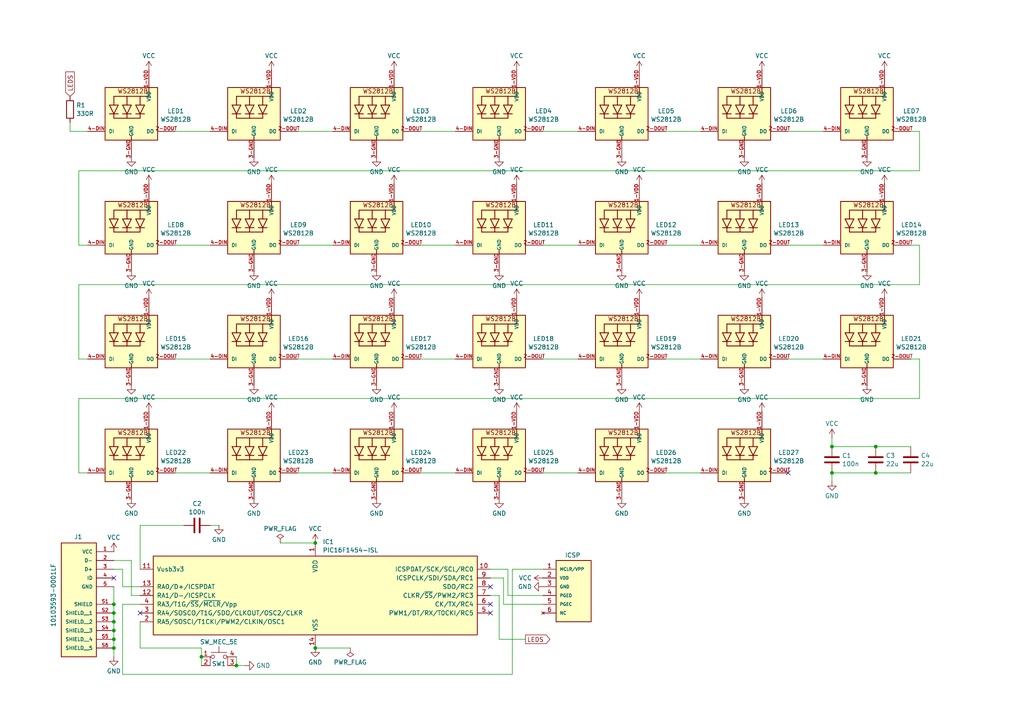
<source format=kicad_sch>
(kicad_sch (version 20250114) (generator "eeschema") (generator_version "9.0")
  (paper "A4")
  (title_block (title "Turing Snake") (date "2025-11-07") (rev "v2.0") (company "MadLab Ltd."))
  (lib_symbols
    (symbol "Device:C" (pin_numbers (hide yes)) (pin_names (offset 0.254))
      (property "Reference" "C" (at 0.635 2.54 0))
      (property "Value" "C" (at 0.635 -2.54 0))
      (symbol "C_0_1"
        (polyline (pts (xy -2.032 0.762) (xy 2.032 0.762)) (stroke (width 0.508)))
        (polyline (pts (xy -2.032 -0.762) (xy 2.032 -0.762)) (stroke (width 0.508)))
      )
      (symbol "C_1_1"
        (pin passive line (at 0 3.81 270) (length 2.794) (name "~") (number "1"))
        (pin passive line (at 0 -3.81 90) (length 2.794) (name "~") (number "2"))
      )
    )
    (symbol "Device:R" (pin_numbers (hide yes)) (pin_names (offset 0))
      (property "Reference" "R" (at 2.032 0 90))
      (property "Value" "R" (at 0 0 90))
      (symbol "R_0_1"
        (rectangle (start -1.016 -2.54) (end 1.016 2.54) (stroke (width 0.254)))
      )
      (symbol "R_1_1"
        (pin passive line (at 0 3.81 270) (length 1.27) (name "~") (number "1"))
        (pin passive line (at 0 -3.81 90) (length 1.27) (name "~") (number "2"))
      )
    )
    (symbol "MCU_Microchip_PIC16:PIC16F1454-ISL" (pin_names (offset 1.016))
      (property "Reference" "U" (at -46.99 15.24 0))
      (property "Value" "PIC16F1454-ISL" (at -46.99 12.7 0))
      (symbol "PIC16F1454-ISL_0_1"
        (rectangle (start -46.99 11.43) (end 46.99 -11.43) (stroke (width 0.254)) (fill (type background)))
      )
      (symbol "PIC16F1454-ISL_1_1"
        (pin bidirectional line (at -50.8 7.62 0) (length 3.81) (name "Vusb3v3") (number "11"))
        (pin bidirectional line (at -50.8 2.54 0) (length 3.81) (name "RA0/D+/ICSPDAT") (number "13"))
        (pin bidirectional line (at -50.8 0 0) (length 3.81) (name "RA1/D-/ICSPCLK") (number "12"))
        (pin input line (at -50.8 -2.54 0) (length 3.81) (name "RA3/T1G/~{SS}/~{MCLR}/Vpp") (number "4"))
        (pin bidirectional line (at -50.8 -5.08 0) (length 3.81) (name "RA4/SOSCO/T1G/SDO/CLKOUT/OSC2/CLKR") (number "3"))
        (pin bidirectional line (at -50.8 -7.62 0) (length 3.81) (name "RA5/SOSCI/T1CKI/PWM2/CLKIN/OSC1") (number "2"))
        (pin power_in line (at 0 15.24 270) (length 3.81) (name "VDD") (number "1"))
        (pin power_in line (at 0 -15.24 90) (length 3.81) (name "VSS") (number "14"))
        (pin bidirectional line (at 50.8 7.62 180) (length 3.81) (name "ICSPDAT/SCK/SCL/RC0") (number "10"))
        (pin bidirectional line (at 50.8 5.08 180) (length 3.81) (name "ICSPCLK/SDI/SDA/RC1") (number "9"))
        (pin bidirectional line (at 50.8 2.54 180) (length 3.81) (name "SDO/RC2") (number "8"))
        (pin bidirectional line (at 50.8 0 180) (length 3.81) (name "CLKR/~{SS}/PWM2/RC3") (number "7"))
        (pin bidirectional line (at 50.8 -2.54 180) (length 3.81) (name "CK/TX/RC4") (number "6"))
        (pin bidirectional line (at 50.8 -5.08 180) (length 3.81) (name "PWM1/DT/RX/T0CKI/RC5") (number "5"))
      )
    )
    (symbol "Switch:SW_MEC_5E" (pin_names (offset 1.016) (hide yes))
      (property "Reference" "SW" (at 0.635 5.715 0))
      (property "Value" "SW_MEC_5E" (at 0 -3.175 0))
      (symbol "SW_MEC_5E_0_1"
        (polyline (pts (xy -2.54 0) (xy -2.54 2.54) (xy -2.286 2.54)))
        (polyline (pts (xy -2.286 3.81) (xy 2.286 3.81)))
        (circle (center -1.778 2.54) (radius 0.508))
        (polyline (pts (xy 0 3.81) (xy 0 5.588)))
        (circle (center 1.778 2.54) (radius 0.508))
        (polyline (pts (xy 2.54 0) (xy 2.54 2.54) (xy 2.286 2.54)))
        (pin passive line (at -5.08 2.54 0) (length 2.54) (name "1") (number "1"))
        (pin passive line (at -5.08 0 0) (length 2.54) (name "2") (number "2"))
        (pin passive line (at 5.08 2.54 180) (length 2.54) (name "A") (number "4"))
        (pin passive line (at 5.08 0 180) (length 2.54) (name "K") (number "3"))
      )
    )
    (symbol "power:GND" (power) (pin_numbers (hide yes)) (pin_names (offset 0) (hide yes))
      (property "Value" "GND" (at 0 -3.81 0))
      (symbol "GND_0_1"
        (polyline (pts (xy 0 0) (xy 0 -1.27) (xy 1.27 -1.27) (xy 0 -2.54) (xy -1.27 -1.27) (xy 0 -1.27)))
      )
      (symbol "GND_1_1"
        (pin power_in line (at 0 0 270) (length 0) (name "~") (number "1"))
      )
    )
    (symbol "power:PWR_FLAG" (power) (pin_numbers (hide yes)) (pin_names (offset 0) (hide yes))
      (property "Value" "PWR_FLAG" (at 0 3.81 0))
      (symbol "PWR_FLAG_0_0"
        (pin power_out line (at 0 0 90) (length 0) (name "~") (number "1"))
      )
      (symbol "PWR_FLAG_0_1"
        (polyline (pts (xy 0 0) (xy 0 1.27) (xy -1.016 1.905) (xy 0 2.54) (xy 1.016 1.905) (xy 0 1.27)))
      )
    )
    (symbol "power:VCC" (power) (pin_numbers (hide yes)) (pin_names (offset 0) (hide yes))
      (property "Value" "VCC" (at 0 3.556 0))
      (symbol "VCC_0_1"
        (polyline (pts (xy -0.762 1.27) (xy 0 2.54)))
        (polyline (pts (xy 0 2.54) (xy 0.762 1.27)))
        (polyline (pts (xy 0 0) (xy 0 2.54)))
      )
      (symbol "VCC_1_1"
        (pin power_in line (at 0 0 90) (length 0) (name "~") (number "1"))
      )
    )
    (symbol "turing:10103593-0001LF" (pin_names (offset 1.016))
      (property "Reference" "J" (at -0.762 10.922 0))
      (property "Value" "10103593-0001LF" (at -8.636 -25.4 0))
      (symbol "10103593-0001LF_0_0"
        (rectangle (start -5.08 10.16) (end 5.08 -22.86) (stroke (width 0.254)) (fill (type background)))
        (pin power_in line (at -10.16 7.62 0) (length 5.08) (name "VCC") (number "1"))
        (pin bidirectional line (at -10.16 5.08 0) (length 5.08) (name "D-") (number "2"))
        (pin bidirectional line (at -10.16 2.54 0) (length 5.08) (name "D+") (number "3"))
        (pin bidirectional line (at -10.16 0 0) (length 5.08) (name "ID") (number "4"))
        (pin power_in line (at -10.16 -2.54 0) (length 5.08) (name "GND") (number "5"))
        (pin passive line (at -10.16 -7.62 0) (length 5.08) (name "SHIELD") (number "S1"))
        (pin passive line (at -10.16 -10.16 0) (length 5.08) (name "SHIELD__1") (number "S2"))
        (pin passive line (at -10.16 -12.7 0) (length 5.08) (name "SHIELD__2") (number "S3"))
        (pin passive line (at -10.16 -15.24 0) (length 5.08) (name "SHIELD__3") (number "S4"))
        (pin passive line (at -10.16 -17.78 0) (length 5.08) (name "SHIELD__4") (number "S5"))
        (pin passive line (at -10.16 -20.32 0) (length 5.08) (name "SHIELD__5") (number "S6"))
      )
    )
    (symbol "turing:ICSP" (pin_names (offset 1.016))
      (property "Value" "ICSP" (at -1.905 10.16 0))
      (symbol "ICSP_0_1"
        (rectangle (start -5.08 -8.89) (end 5.08 8.89) (stroke (width 0.254)) (fill (type background)))
      )
      (symbol "ICSP_1_1"
        (pin bidirectional line (at -8.89 6.35 0) (length 3.81) (name "MCLR/VPP") (number "1"))
        (pin power_in line (at -8.89 3.81 0) (length 3.81) (name "VDD") (number "2"))
        (pin power_in line (at -8.89 1.27 0) (length 3.81) (name "GND") (number "3"))
        (pin bidirectional line (at -8.89 -1.27 0) (length 3.81) (name "PGED") (number "4"))
        (pin bidirectional line (at -8.89 -3.81 0) (length 3.81) (name "PGEC") (number "5"))
        (pin no_connect line (at -8.89 -6.35 0) (length 3.81) (name "NC") (number "6"))
      )
    )
    (symbol "turing:WS2812B" (pin_names (offset 1.016))
      (property "Reference" "LED" (at 0 0 0))
      (property "Value" "WS2812B" (at 0 0 0))
      (symbol "WS2812B_0_0"
        (rectangle (start -7.62 -5.08) (end 7.62 10.16) (stroke (width 0.254)) (fill (type background)))
        (polyline (pts (xy -6.35 5.08) (xy -5.08 5.08)) (stroke (width 0.254)))
        (polyline (pts (xy -6.35 2.54) (xy -5.08 2.54)) (stroke (width 0.254)))
        (polyline (pts (xy -5.08 7.62) (xy -5.08 5.08)) (stroke (width 0.254)))
        (polyline (pts (xy -5.08 5.08) (xy -3.81 5.08)) (stroke (width 0.254)))
        (polyline (pts (xy -5.08 2.54) (xy -6.35 5.08)) (stroke (width 0.254)))
        (polyline (pts (xy -5.08 2.54) (xy -5.08 1.27)) (stroke (width 0.254)))
        (polyline (pts (xy -5.08 2.54) (xy -3.81 5.08)) (stroke (width 0.254)))
        (polyline (pts (xy -3.81 2.54) (xy -5.08 2.54)) (stroke (width 0.254)))
        (polyline (pts (xy -2.54 5.08) (xy 0 5.08)) (stroke (width 0.254)))
        (polyline (pts (xy -2.54 2.54) (xy -1.27 2.54)) (stroke (width 0.254)))
        (polyline (pts (xy -1.27 7.62) (xy -5.08 7.62)) (stroke (width 0.254)))
        (polyline (pts (xy -1.27 5.08) (xy -1.27 7.62)) (stroke (width 0.254)))
        (polyline (pts (xy -1.27 2.54) (xy -2.54 5.08)) (stroke (width 0.254)))
        (polyline (pts (xy -1.27 2.54) (xy -1.27 1.27)) (stroke (width 0.254)))
        (polyline (pts (xy -1.27 2.54) (xy 0 2.54)) (stroke (width 0.254)))
        (polyline (pts (xy -1.27 1.27) (xy -5.08 1.27)) (stroke (width 0.254)))
        (polyline (pts (xy 0 5.08) (xy -1.27 2.54)) (stroke (width 0.254)))
        (polyline (pts (xy 0 -4.064) (xy 0 -5.08)) (stroke (width 0.254)))
        (polyline (pts (xy 1.27 5.08) (xy 2.54 5.08)) (stroke (width 0.254)))
        (polyline (pts (xy 1.27 5.08) (xy 2.54 2.54)) (stroke (width 0.254)))
        (polyline (pts (xy 2.54 7.62) (xy -1.27 7.62)) (stroke (width 0.254)))
        (polyline (pts (xy 2.54 7.62) (xy 5.08 7.62)) (stroke (width 0.254)))
        (polyline (pts (xy 2.54 5.08) (xy 2.54 7.62)) (stroke (width 0.254)))
        (polyline (pts (xy 2.54 2.54) (xy 1.27 2.54)) (stroke (width 0.254)))
        (polyline (pts (xy 2.54 2.54) (xy 2.54 1.27)) (stroke (width 0.254)))
        (polyline (pts (xy 2.54 2.54) (xy 3.81 5.08)) (stroke (width 0.254)))
        (polyline (pts (xy 2.54 2.54) (xy 3.81 2.54)) (stroke (width 0.254)))
        (polyline (pts (xy 2.54 1.27) (xy -1.27 1.27)) (stroke (width 0.254)))
        (polyline (pts (xy 3.81 5.08) (xy 2.54 5.08)) (stroke (width 0.254)))
        (polyline (pts (xy 5.08 10.16) (xy 5.08 7.62)) (stroke (width 0.254)))
        (text "WS2812B" (at -4.064 8.382 0) (effects (font (size 1.27 1.27)) (justify left bottom)))
        (pin input line (at -12.7 -2.54 0) (length 5.08) (name "DI") (number "4-DIN"))
        (pin power_in line (at 0 -10.16 90) (length 5.08) (name "GND") (number "3-GND"))
        (pin power_in line (at 5.08 15.24 270) (length 5.08) (name "VDD") (number "1-VDD"))
        (pin output line (at 12.7 -2.54 180) (length 5.08) (name "DO") (number "2-DOUT"))
      )
    )
  )
  (junction (at 33.02 177.8))
  (junction (at 254 137.16))
  (junction (at 68.58 193.04))
  (junction (at 58.42 190.5))
  (junction (at 91.44 187.96))
  (junction (at 33.02 185.42))
  (junction (at 241.3 137.16))
  (junction (at 241.3 129.54))
  (junction (at 33.02 182.88))
  (junction (at 33.02 187.96))
  (junction (at 33.02 175.26))
  (junction (at 254 129.54))
  (junction (at 33.02 180.34))
  (junction (at 91.44 157.48))
  (no_connect (at 40.64 177.8))
  (no_connect (at 228.6 137.16))
  (no_connect (at 142.24 175.26))
  (no_connect (at 142.24 170.18))
  (no_connect (at 142.24 177.8))
  (no_connect (at 33.02 167.64))
  (wire (pts (xy 33.02 165.1) (xy 35.56 165.1)))
  (wire (pts (xy 121.92 71.12) (xy 132.08 71.12)))
  (wire (pts (xy 35.56 170.18) (xy 40.64 170.18)))
  (wire (pts (xy 58.42 187.96) (xy 58.42 190.5)))
  (wire (pts (xy 146.05 167.64) (xy 146.05 175.26)))
  (wire (pts (xy 40.64 152.4) (xy 53.34 152.4)))
  (wire (pts (xy 35.56 175.26) (xy 35.56 195.58)))
  (wire (pts (xy 147.32 172.72) (xy 157.48 172.72)))
  (wire (pts (xy 193.04 137.16) (xy 203.2 137.16)))
  (wire (pts (xy 241.3 137.16) (xy 241.3 139.7)))
  (wire (pts (xy 266.7 104.14) (xy 266.7 115.57)))
  (wire (pts (xy 68.58 193.04) (xy 71.12 193.04)))
  (wire (pts (xy 254 137.16) (xy 264.16 137.16)))
  (wire (pts (xy 148.59 165.1) (xy 157.48 165.1)))
  (wire (pts (xy 266.7 71.12) (xy 266.7 82.55)))
  (wire (pts (xy 33.02 175.26) (xy 33.02 177.8)))
  (wire (pts (xy 142.24 167.64) (xy 146.05 167.64)))
  (wire (pts (xy 228.6 38.1) (xy 238.76 38.1)))
  (wire (pts (xy 144.78 185.42) (xy 152.4 185.42)))
  (wire (pts (xy 86.36 137.16) (xy 96.52 137.16)))
  (wire (pts (xy 266.7 38.1) (xy 266.7 49.53)))
  (wire (pts (xy 22.86 104.14) (xy 25.4 104.14)))
  (wire (pts (xy 146.05 175.26) (xy 157.48 175.26)))
  (wire (pts (xy 33.02 187.96) (xy 33.02 190.5)))
  (wire (pts (xy 40.64 165.1) (xy 40.64 152.4)))
  (wire (pts (xy 38.1 162.56) (xy 38.1 172.72)))
  (wire (pts (xy 50.8 137.16) (xy 60.96 137.16)))
  (wire (pts (xy 22.86 71.12) (xy 25.4 71.12)))
  (wire (pts (xy 22.86 49.53) (xy 22.86 71.12)))
  (wire (pts (xy 266.7 49.53) (xy 22.86 49.53)))
  (wire (pts (xy 148.59 195.58) (xy 148.59 165.1)))
  (wire (pts (xy 33.02 170.18) (xy 33.02 175.26)))
  (wire (pts (xy 33.02 177.8) (xy 33.02 180.34)))
  (wire (pts (xy 254 129.54) (xy 264.16 129.54)))
  (wire (pts (xy 86.36 71.12) (xy 96.52 71.12)))
  (wire (pts (xy 22.86 115.57) (xy 22.86 137.16)))
  (wire (pts (xy 228.6 104.14) (xy 238.76 104.14)))
  (wire (pts (xy 91.44 187.96) (xy 101.6 187.96)))
  (wire (pts (xy 33.02 185.42) (xy 33.02 187.96)))
  (wire (pts (xy 58.42 190.5) (xy 58.42 193.04)))
  (wire (pts (xy 35.56 195.58) (xy 148.59 195.58)))
  (wire (pts (xy 144.78 172.72) (xy 144.78 185.42)))
  (wire (pts (xy 22.86 82.55) (xy 22.86 104.14)))
  (wire (pts (xy 86.36 38.1) (xy 96.52 38.1)))
  (wire (pts (xy 241.3 137.16) (xy 254 137.16)))
  (wire (pts (xy 157.48 104.14) (xy 167.64 104.14)))
  (wire (pts (xy 68.58 190.5) (xy 68.58 193.04)))
  (wire (pts (xy 193.04 71.12) (xy 203.2 71.12)))
  (wire (pts (xy 86.36 104.14) (xy 96.52 104.14)))
  (wire (pts (xy 40.64 180.34) (xy 40.64 187.96)))
  (wire (pts (xy 266.7 82.55) (xy 22.86 82.55)))
  (wire (pts (xy 20.32 38.1) (xy 25.4 38.1)))
  (wire (pts (xy 157.48 38.1) (xy 167.64 38.1)))
  (wire (pts (xy 142.24 172.72) (xy 144.78 172.72)))
  (wire (pts (xy 22.86 137.16) (xy 25.4 137.16)))
  (wire (pts (xy 121.92 38.1) (xy 132.08 38.1)))
  (wire (pts (xy 33.02 180.34) (xy 33.02 182.88)))
  (wire (pts (xy 81.28 157.48) (xy 91.44 157.48)))
  (wire (pts (xy 35.56 165.1) (xy 35.56 170.18)))
  (wire (pts (xy 40.64 187.96) (xy 58.42 187.96)))
  (wire (pts (xy 193.04 38.1) (xy 203.2 38.1)))
  (wire (pts (xy 157.48 71.12) (xy 167.64 71.12)))
  (wire (pts (xy 20.32 35.56) (xy 20.32 38.1)))
  (wire (pts (xy 38.1 172.72) (xy 40.64 172.72)))
  (wire (pts (xy 142.24 165.1) (xy 147.32 165.1)))
  (wire (pts (xy 264.16 104.14) (xy 266.7 104.14)))
  (wire (pts (xy 121.92 104.14) (xy 132.08 104.14)))
  (wire (pts (xy 241.3 129.54) (xy 254 129.54)))
  (wire (pts (xy 228.6 71.12) (xy 238.76 71.12)))
  (wire (pts (xy 193.04 104.14) (xy 203.2 104.14)))
  (wire (pts (xy 264.16 38.1) (xy 266.7 38.1)))
  (wire (pts (xy 50.8 71.12) (xy 60.96 71.12)))
  (wire (pts (xy 35.56 175.26) (xy 40.64 175.26)))
  (wire (pts (xy 264.16 71.12) (xy 266.7 71.12)))
  (wire (pts (xy 33.02 162.56) (xy 38.1 162.56)))
  (wire (pts (xy 50.8 38.1) (xy 60.96 38.1)))
  (wire (pts (xy 33.02 182.88) (xy 33.02 185.42)))
  (wire (pts (xy 121.92 137.16) (xy 132.08 137.16)))
  (wire (pts (xy 60.96 152.4) (xy 63.5 152.4)))
  (wire (pts (xy 157.48 137.16) (xy 167.64 137.16)))
  (wire (pts (xy 241.3 127) (xy 241.3 129.54)))
  (wire (pts (xy 266.7 115.57) (xy 22.86 115.57)))
  (wire (pts (xy 50.8 104.14) (xy 60.96 104.14)))
  (wire (pts (xy 147.32 165.1) (xy 147.32 172.72)))
  (global_label "LEDS" (shape input) (at 20.32 27.94 90) (property "Intersheetrefs" "${INTERSHEET_REFS}" (effects (hide yes))))
  (global_label "LEDS" (shape output) (at 152.4 185.42 0) (property "Intersheetrefs" "${INTERSHEET_REFS}" (effects (hide yes))))
  (symbol (lib_id "power:VCC") (at 78.74 119.38 0) (unit 1)
    (property "Reference" "#PWR053" (effects (hide yes)))
    (property "Value" "VCC" (at 78.74 115.2469 0))
    (property "Description" "Power symbol creates a global label with name \"VCC\"" (effects (hide yes)))
  )
  (symbol (lib_id "power:GND") (at 38.1 78.74 0) (unit 1)
    (property "Reference" "#PWR020" (effects (hide yes)))
    (property "Value" "GND" (at 38.1 82.8731 0))
    (property "Description" "Power symbol creates a global label with name \"GND\" , ground" (effects (hide yes)))
  )
  (symbol (lib_id "Device:C") (at 241.3 133.35 0) (unit 1)
    (property "Reference" "C1" (at 244.221 132.1378 0) (effects (justify left)))
    (property "Value" "100n" (at 244.221 134.5621 0) (effects (justify left)))
    (property "Footprint" "turing:C_1206" (effects (hide yes)))
    (property "Description" "Unpolarized capacitor" (effects (hide yes)))
  )
  (symbol (lib_id "Device:C") (at 264.16 133.35 0) (unit 1)
    (property "Reference" "C4" (at 267.081 132.1378 0) (effects (justify left)))
    (property "Value" "22u" (at 267.081 134.5621 0) (effects (justify left)))
    (property "Footprint" "turing:C_1206" (effects (hide yes)))
    (property "Description" "Unpolarized capacitor" (effects (hide yes)))
  )
  (symbol (lib_id "power:VCC") (at 43.18 86.36 0) (unit 1)
    (property "Reference" "#PWR042" (effects (hide yes)))
    (property "Value" "VCC" (at 43.18 82.2269 0))
    (property "Description" "Power symbol creates a global label with name \"VCC\"" (effects (hide yes)))
  )
  (symbol (lib_id "power:VCC") (at 114.3 86.36 0) (unit 1)
    (property "Reference" "#PWR044" (effects (hide yes)))
    (property "Value" "VCC" (at 114.3 82.2269 0))
    (property "Description" "Power symbol creates a global label with name \"VCC\"" (effects (hide yes)))
  )
  (symbol (lib_id "turing:WS2812B") (at 180.34 101.6 0) (unit 1)
    (property "Reference" "LED19" (at 193.2176 98.2428 0))
    (property "Value" "WS2812B" (at 193.2176 100.6671 0))
    (property "Footprint" "turing:WS2812B" (effects (hide yes)))
    (property "MF" "Worldsemi" (effects (hide yes)))
    (property "Description_1" "Intelligent control LED integrated light source" (effects (hide yes)))
    (property "Package" "None" (effects (hide yes)))
    (property "Price" "None" (effects (hide yes)))
    (property "SnapEDA_Link" "https://www.snapeda.com/parts/WS2812B/Worldsemi/view-part/?ref=snap" (effects (hide yes)))
    (property "MP" "WS2812B" (effects (hide yes)))
    (property "Availability" "Not in stock" (effects (hide yes)))
    (property "Check_prices" "https://www.snapeda.com/parts/WS2812B/Worldsemi/view-part/?ref=eda" (effects (hide yes)))
  )
  (symbol (lib_id "turing:WS2812B") (at 38.1 134.62 0) (unit 1)
    (property "Reference" "LED22" (at 50.9776 131.2628 0))
    (property "Value" "WS2812B" (at 50.9776 133.6871 0))
    (property "Footprint" "turing:WS2812B" (effects (hide yes)))
    (property "MF" "Worldsemi" (effects (hide yes)))
    (property "Description_1" "Intelligent control LED integrated light source" (effects (hide yes)))
    (property "Package" "None" (effects (hide yes)))
    (property "Price" "None" (effects (hide yes)))
    (property "SnapEDA_Link" "https://www.snapeda.com/parts/WS2812B/Worldsemi/view-part/?ref=snap" (effects (hide yes)))
    (property "MP" "WS2812B" (effects (hide yes)))
    (property "Availability" "Not in stock" (effects (hide yes)))
    (property "Check_prices" "https://www.snapeda.com/parts/WS2812B/Worldsemi/view-part/?ref=eda" (effects (hide yes)))
  )
  (symbol (lib_id "power:VCC") (at 256.54 20.32 0) (unit 1)
    (property "Reference" "#PWR034" (effects (hide yes)))
    (property "Value" "VCC" (at 256.54 16.1869 0))
    (property "Description" "Power symbol creates a global label with name \"VCC\"" (effects (hide yes)))
  )
  (symbol (lib_id "turing:WS2812B") (at 73.66 68.58 0) (unit 1)
    (property "Reference" "LED9" (at 86.5376 65.2228 0))
    (property "Value" "WS2812B" (at 86.5376 67.6471 0))
    (property "Footprint" "turing:WS2812B" (effects (hide yes)))
    (property "MF" "Worldsemi" (effects (hide yes)))
    (property "Description_1" "Intelligent control LED integrated light source" (effects (hide yes)))
    (property "Package" "None" (effects (hide yes)))
    (property "Price" "None" (effects (hide yes)))
    (property "SnapEDA_Link" "https://www.snapeda.com/parts/WS2812B/Worldsemi/view-part/?ref=snap" (effects (hide yes)))
    (property "MP" "WS2812B" (effects (hide yes)))
    (property "Availability" "Not in stock" (effects (hide yes)))
    (property "Check_prices" "https://www.snapeda.com/parts/WS2812B/Worldsemi/view-part/?ref=eda" (effects (hide yes)))
  )
  (symbol (lib_id "turing:WS2812B") (at 144.78 68.58 0) (unit 1)
    (property "Reference" "LED11" (at 157.6576 65.2228 0))
    (property "Value" "WS2812B" (at 157.6576 67.6471 0))
    (property "Footprint" "turing:WS2812B" (effects (hide yes)))
    (property "MF" "Worldsemi" (effects (hide yes)))
    (property "Description_1" "Intelligent control LED integrated light source" (effects (hide yes)))
    (property "Package" "None" (effects (hide yes)))
    (property "Price" "None" (effects (hide yes)))
    (property "SnapEDA_Link" "https://www.snapeda.com/parts/WS2812B/Worldsemi/view-part/?ref=snap" (effects (hide yes)))
    (property "MP" "WS2812B" (effects (hide yes)))
    (property "Availability" "Not in stock" (effects (hide yes)))
    (property "Check_prices" "https://www.snapeda.com/parts/WS2812B/Worldsemi/view-part/?ref=eda" (effects (hide yes)))
  )
  (symbol (lib_id "power:VCC") (at 220.98 20.32 0) (unit 1)
    (property "Reference" "#PWR033" (effects (hide yes)))
    (property "Value" "VCC" (at 220.98 16.1869 0))
    (property "Description" "Power symbol creates a global label with name \"VCC\"" (effects (hide yes)))
  )
  (symbol (lib_id "power:VCC") (at 149.86 86.36 0) (unit 1)
    (property "Reference" "#PWR045" (effects (hide yes)))
    (property "Value" "VCC" (at 149.86 82.2269 0))
    (property "Description" "Power symbol creates a global label with name \"VCC\"" (effects (hide yes)))
  )
  (symbol (lib_id "turing:WS2812B") (at 38.1 35.56 0) (unit 1)
    (property "Reference" "LED1" (at 50.9776 32.2028 0))
    (property "Value" "WS2812B" (at 50.9776 34.6271 0))
    (property "Footprint" "turing:WS2812B" (effects (hide yes)))
    (property "MF" "Worldsemi" (effects (hide yes)))
    (property "Description_1" "Intelligent control LED integrated light source" (effects (hide yes)))
    (property "Package" "None" (effects (hide yes)))
    (property "Price" "None" (effects (hide yes)))
    (property "SnapEDA_Link" "https://www.snapeda.com/parts/WS2812B/Worldsemi/view-part/?ref=snap" (effects (hide yes)))
    (property "MP" "WS2812B" (effects (hide yes)))
    (property "Availability" "Not in stock" (effects (hide yes)))
    (property "Check_prices" "https://www.snapeda.com/parts/WS2812B/Worldsemi/view-part/?ref=eda" (effects (hide yes)))
  )
  (symbol (lib_id "power:PWR_FLAG") (at 81.28 157.48 0) (unit 1)
    (property "Reference" "#FLG02" (effects (hide yes)))
    (property "Value" "PWR_FLAG" (at 81.28 153.3469 0))
    (property "Description" "Special symbol for telling ERC where power comes from" (effects (hide yes)))
  )
  (symbol (lib_id "MCU_Microchip_PIC16:PIC16F1454-ISL") (at 91.44 172.72 0) (unit 1)
    (property "Reference" "IC1" (at 93.5833 157.1455 0) (effects (justify left)))
    (property "Value" "PIC16F1454-ISL" (at 93.5833 159.5698 0) (effects (justify left)))
    (property "Footprint" "turing:SOIC14" (effects (hide yes)))
    (property "Datasheet" "http://ww1.microchip.com/downloads/en/DeviceDoc/41639A.pdf" (effects (hide yes)))
    (property "Description" "8192W FLASH, 1024B SRAM, PDIP-14" (effects (hide yes)))
  )
  (symbol (lib_id "power:VCC") (at 220.98 86.36 0) (unit 1)
    (property "Reference" "#PWR047" (effects (hide yes)))
    (property "Value" "VCC" (at 220.98 82.2269 0))
    (property "Description" "Power symbol creates a global label with name \"VCC\"" (effects (hide yes)))
  )
  (symbol (lib_id "power:GND") (at 180.34 144.78 0) (unit 1)
    (property "Reference" "#PWR02" (effects (hide yes)))
    (property "Value" "GND" (at 180.34 148.9131 0))
    (property "Description" "Power symbol creates a global label with name \"GND\" , ground" (effects (hide yes)))
  )
  (symbol (lib_id "turing:WS2812B") (at 215.9 35.56 0) (unit 1)
    (property "Reference" "LED6" (at 228.7776 32.2028 0))
    (property "Value" "WS2812B" (at 228.7776 34.6271 0))
    (property "Footprint" "turing:WS2812B" (effects (hide yes)))
    (property "MF" "Worldsemi" (effects (hide yes)))
    (property "Description_1" "Intelligent control LED integrated light source" (effects (hide yes)))
    (property "Package" "None" (effects (hide yes)))
    (property "Price" "None" (effects (hide yes)))
    (property "SnapEDA_Link" "https://www.snapeda.com/parts/WS2812B/Worldsemi/view-part/?ref=snap" (effects (hide yes)))
    (property "MP" "WS2812B" (effects (hide yes)))
    (property "Availability" "Not in stock" (effects (hide yes)))
    (property "Check_prices" "https://www.snapeda.com/parts/WS2812B/Worldsemi/view-part/?ref=eda" (effects (hide yes)))
  )
  (symbol (lib_id "turing:WS2812B") (at 144.78 101.6 0) (unit 1)
    (property "Reference" "LED18" (at 157.6576 98.2428 0))
    (property "Value" "WS2812B" (at 157.6576 100.6671 0))
    (property "Footprint" "turing:WS2812B" (effects (hide yes)))
    (property "MF" "Worldsemi" (effects (hide yes)))
    (property "Description_1" "Intelligent control LED integrated light source" (effects (hide yes)))
    (property "Package" "None" (effects (hide yes)))
    (property "Price" "None" (effects (hide yes)))
    (property "SnapEDA_Link" "https://www.snapeda.com/parts/WS2812B/Worldsemi/view-part/?ref=snap" (effects (hide yes)))
    (property "MP" "WS2812B" (effects (hide yes)))
    (property "Availability" "Not in stock" (effects (hide yes)))
    (property "Check_prices" "https://www.snapeda.com/parts/WS2812B/Worldsemi/view-part/?ref=eda" (effects (hide yes)))
  )
  (symbol (lib_id "turing:WS2812B") (at 109.22 68.58 0) (unit 1)
    (property "Reference" "LED10" (at 122.0976 65.2228 0))
    (property "Value" "WS2812B" (at 122.0976 67.6471 0))
    (property "Footprint" "turing:WS2812B" (effects (hide yes)))
    (property "MF" "Worldsemi" (effects (hide yes)))
    (property "Description_1" "Intelligent control LED integrated light source" (effects (hide yes)))
    (property "Package" "None" (effects (hide yes)))
    (property "Price" "None" (effects (hide yes)))
    (property "SnapEDA_Link" "https://www.snapeda.com/parts/WS2812B/Worldsemi/view-part/?ref=snap" (effects (hide yes)))
    (property "MP" "WS2812B" (effects (hide yes)))
    (property "Availability" "Not in stock" (effects (hide yes)))
    (property "Check_prices" "https://www.snapeda.com/parts/WS2812B/Worldsemi/view-part/?ref=eda" (effects (hide yes)))
  )
  (symbol (lib_id "turing:WS2812B") (at 144.78 134.62 0) (unit 1)
    (property "Reference" "LED25" (at 157.6576 131.2628 0))
    (property "Value" "WS2812B" (at 157.6576 133.6871 0))
    (property "Footprint" "turing:WS2812B" (effects (hide yes)))
    (property "MF" "Worldsemi" (effects (hide yes)))
    (property "Description_1" "Intelligent control LED integrated light source" (effects (hide yes)))
    (property "Package" "None" (effects (hide yes)))
    (property "Price" "None" (effects (hide yes)))
    (property "SnapEDA_Link" "https://www.snapeda.com/parts/WS2812B/Worldsemi/view-part/?ref=snap" (effects (hide yes)))
    (property "MP" "WS2812B" (effects (hide yes)))
    (property "Availability" "Not in stock" (effects (hide yes)))
    (property "Check_prices" "https://www.snapeda.com/parts/WS2812B/Worldsemi/view-part/?ref=eda" (effects (hide yes)))
  )
  (symbol (lib_id "power:GND") (at 157.48 170.18 270) (unit 1)
    (property "Reference" "#PWR059" (effects (hide yes)))
    (property "Value" "GND" (at 154.3051 170.18 90) (effects (justify right)))
    (property "Description" "Power symbol creates a global label with name \"GND\" , ground" (effects (hide yes)))
  )
  (symbol (lib_id "turing:WS2812B") (at 38.1 101.6 0) (unit 1)
    (property "Reference" "LED15" (at 50.9776 98.2428 0))
    (property "Value" "WS2812B" (at 50.9776 100.6671 0))
    (property "Footprint" "turing:WS2812B" (effects (hide yes)))
    (property "MF" "Worldsemi" (effects (hide yes)))
    (property "Description_1" "Intelligent control LED integrated light source" (effects (hide yes)))
    (property "Package" "None" (effects (hide yes)))
    (property "Price" "None" (effects (hide yes)))
    (property "SnapEDA_Link" "https://www.snapeda.com/parts/WS2812B/Worldsemi/view-part/?ref=snap" (effects (hide yes)))
    (property "MP" "WS2812B" (effects (hide yes)))
    (property "Availability" "Not in stock" (effects (hide yes)))
    (property "Check_prices" "https://www.snapeda.com/parts/WS2812B/Worldsemi/view-part/?ref=eda" (effects (hide yes)))
  )
  (symbol (lib_id "turing:WS2812B") (at 251.46 35.56 0) (unit 1)
    (property "Reference" "LED7" (at 264.3376 32.2028 0))
    (property "Value" "WS2812B" (at 264.3376 34.6271 0))
    (property "Footprint" "turing:WS2812B" (effects (hide yes)))
    (property "MF" "Worldsemi" (effects (hide yes)))
    (property "Description_1" "Intelligent control LED integrated light source" (effects (hide yes)))
    (property "Package" "None" (effects (hide yes)))
    (property "Price" "None" (effects (hide yes)))
    (property "SnapEDA_Link" "https://www.snapeda.com/parts/WS2812B/Worldsemi/view-part/?ref=snap" (effects (hide yes)))
    (property "MP" "WS2812B" (effects (hide yes)))
    (property "Availability" "Not in stock" (effects (hide yes)))
    (property "Check_prices" "https://www.snapeda.com/parts/WS2812B/Worldsemi/view-part/?ref=eda" (effects (hide yes)))
  )
  (symbol (lib_id "power:VCC") (at 149.86 53.34 0) (unit 1)
    (property "Reference" "#PWR038" (effects (hide yes)))
    (property "Value" "VCC" (at 149.86 49.2069 0))
    (property "Description" "Power symbol creates a global label with name \"VCC\"" (effects (hide yes)))
  )
  (symbol (lib_id "power:VCC") (at 43.18 53.34 0) (unit 1)
    (property "Reference" "#PWR041" (effects (hide yes)))
    (property "Value" "VCC" (at 43.18 49.2069 0))
    (property "Description" "Power symbol creates a global label with name \"VCC\"" (effects (hide yes)))
  )
  (symbol (lib_id "power:GND") (at 251.46 111.76 0) (unit 1)
    (property "Reference" "#PWR013" (effects (hide yes)))
    (property "Value" "GND" (at 251.46 115.8931 0))
    (property "Description" "Power symbol creates a global label with name \"GND\" , ground" (effects (hide yes)))
  )
  (symbol (lib_id "power:GND") (at 215.9 111.76 0) (unit 1)
    (property "Reference" "#PWR012" (effects (hide yes)))
    (property "Value" "GND" (at 215.9 115.8931 0))
    (property "Description" "Power symbol creates a global label with name \"GND\" , ground" (effects (hide yes)))
  )
  (symbol (lib_id "Device:R") (at 20.32 31.75 0) (unit 1)
    (property "Reference" "R1" (at 22.098 30.5378 0) (effects (justify left)))
    (property "Value" "330R" (at 22.098 32.9621 0) (effects (justify left)))
    (property "Footprint" "turing:R_1206" (effects (hide yes)))
    (property "Description" "Resistor" (effects (hide yes)))
  )
  (symbol (lib_id "power:VCC") (at 78.74 53.34 0) (unit 1)
    (property "Reference" "#PWR040" (effects (hide yes)))
    (property "Value" "VCC" (at 78.74 49.2069 0))
    (property "Description" "Power symbol creates a global label with name \"VCC\"" (effects (hide yes)))
  )
  (symbol (lib_id "power:GND") (at 144.78 45.72 0) (unit 1)
    (property "Reference" "#PWR024" (effects (hide yes)))
    (property "Value" "GND" (at 144.78 49.8531 0))
    (property "Description" "Power symbol creates a global label with name \"GND\" , ground" (effects (hide yes)))
  )
  (symbol (lib_id "power:GND") (at 71.12 193.04 90) (unit 1)
    (property "Reference" "#PWR061" (effects (hide yes)))
    (property "Value" "GND" (at 74.295 193.04 90) (effects (justify right)))
    (property "Description" "Power symbol creates a global label with name \"GND\" , ground" (effects (hide yes)))
  )
  (symbol (lib_id "power:GND") (at 63.5 152.4 0) (unit 1)
    (property "Reference" "#PWR062" (effects (hide yes)))
    (property "Value" "GND" (at 63.5 156.5331 0))
    (property "Description" "Power symbol creates a global label with name \"GND\" , ground" (effects (hide yes)))
  )
  (symbol (lib_id "power:GND") (at 215.9 78.74 0) (unit 1)
    (property "Reference" "#PWR015" (effects (hide yes)))
    (property "Value" "GND" (at 215.9 82.8731 0))
    (property "Description" "Power symbol creates a global label with name \"GND\" , ground" (effects (hide yes)))
  )
  (symbol (lib_id "power:VCC") (at 78.74 86.36 0) (unit 1)
    (property "Reference" "#PWR043" (effects (hide yes)))
    (property "Value" "VCC" (at 78.74 82.2269 0))
    (property "Description" "Power symbol creates a global label with name \"VCC\"" (effects (hide yes)))
  )
  (symbol (lib_id "turing:WS2812B") (at 109.22 134.62 0) (unit 1)
    (property "Reference" "LED24" (at 122.0976 131.2628 0))
    (property "Value" "WS2812B" (at 122.0976 133.6871 0))
    (property "Footprint" "turing:WS2812B" (effects (hide yes)))
    (property "MF" "Worldsemi" (effects (hide yes)))
    (property "Description_1" "Intelligent control LED integrated light source" (effects (hide yes)))
    (property "Package" "None" (effects (hide yes)))
    (property "Price" "None" (effects (hide yes)))
    (property "SnapEDA_Link" "https://www.snapeda.com/parts/WS2812B/Worldsemi/view-part/?ref=snap" (effects (hide yes)))
    (property "MP" "WS2812B" (effects (hide yes)))
    (property "Availability" "Not in stock" (effects (hide yes)))
    (property "Check_prices" "https://www.snapeda.com/parts/WS2812B/Worldsemi/view-part/?ref=eda" (effects (hide yes)))
  )
  (symbol (lib_id "power:GND") (at 73.66 45.72 0) (unit 1)
    (property "Reference" "#PWR022" (effects (hide yes)))
    (property "Value" "GND" (at 73.66 49.8531 0))
    (property "Description" "Power symbol creates a global label with name \"GND\" , ground" (effects (hide yes)))
  )
  (symbol (lib_id "power:GND") (at 91.44 187.96 0) (unit 1)
    (property "Reference" "#PWR055" (effects (hide yes)))
    (property "Value" "GND" (at 91.44 192.0931 0))
    (property "Description" "Power symbol creates a global label with name \"GND\" , ground" (effects (hide yes)))
  )
  (symbol (lib_id "power:GND") (at 109.22 45.72 0) (unit 1)
    (property "Reference" "#PWR023" (effects (hide yes)))
    (property "Value" "GND" (at 109.22 49.8531 0))
    (property "Description" "Power symbol creates a global label with name \"GND\" , ground" (effects (hide yes)))
  )
  (symbol (lib_id "power:GND") (at 144.78 111.76 0) (unit 1)
    (property "Reference" "#PWR010" (effects (hide yes)))
    (property "Value" "GND" (at 144.78 115.8931 0))
    (property "Description" "Power symbol creates a global label with name \"GND\" , ground" (effects (hide yes)))
  )
  (symbol (lib_id "power:VCC") (at 185.42 119.38 0) (unit 1)
    (property "Reference" "#PWR050" (effects (hide yes)))
    (property "Value" "VCC" (at 185.42 115.2469 0))
    (property "Description" "Power symbol creates a global label with name \"VCC\"" (effects (hide yes)))
  )
  (symbol (lib_id "power:VCC") (at 256.54 86.36 0) (unit 1)
    (property "Reference" "#PWR048" (effects (hide yes)))
    (property "Value" "VCC" (at 256.54 82.2269 0))
    (property "Description" "Power symbol creates a global label with name \"VCC\"" (effects (hide yes)))
  )
  (symbol (lib_id "power:GND") (at 38.1 45.72 0) (unit 1)
    (property "Reference" "#PWR021" (effects (hide yes)))
    (property "Value" "GND" (at 38.1 49.8531 0))
    (property "Description" "Power symbol creates a global label with name \"GND\" , ground" (effects (hide yes)))
  )
  (symbol (lib_id "power:VCC") (at 256.54 53.34 0) (unit 1)
    (property "Reference" "#PWR035" (effects (hide yes)))
    (property "Value" "VCC" (at 256.54 49.2069 0))
    (property "Description" "Power symbol creates a global label with name \"VCC\"" (effects (hide yes)))
  )
  (symbol (lib_id "turing:ICSP") (at 166.37 171.45 0) (unit 1)
    (property "Reference" "ICSP1" (effects (hide yes)))
    (property "Value" "ICSP" (at 163.83 161.036 0) (effects (justify left)))
    (property "Footprint" "turing:ICSP" (effects (hide yes)))
  )
  (symbol (lib_id "turing:WS2812B") (at 109.22 101.6 0) (unit 1)
    (property "Reference" "LED17" (at 122.0976 98.2428 0))
    (property "Value" "WS2812B" (at 122.0976 100.6671 0))
    (property "Footprint" "turing:WS2812B" (effects (hide yes)))
    (property "MF" "Worldsemi" (effects (hide yes)))
    (property "Description_1" "Intelligent control LED integrated light source" (effects (hide yes)))
    (property "Package" "None" (effects (hide yes)))
    (property "Price" "None" (effects (hide yes)))
    (property "SnapEDA_Link" "https://www.snapeda.com/parts/WS2812B/Worldsemi/view-part/?ref=snap" (effects (hide yes)))
    (property "MP" "WS2812B" (effects (hide yes)))
    (property "Availability" "Not in stock" (effects (hide yes)))
    (property "Check_prices" "https://www.snapeda.com/parts/WS2812B/Worldsemi/view-part/?ref=eda" (effects (hide yes)))
  )
  (symbol (lib_id "power:VCC") (at 149.86 119.38 0) (unit 1)
    (property "Reference" "#PWR051" (effects (hide yes)))
    (property "Value" "VCC" (at 149.86 115.2469 0))
    (property "Description" "Power symbol creates a global label with name \"VCC\"" (effects (hide yes)))
  )
  (symbol (lib_id "power:VCC") (at 220.98 119.38 0) (unit 1)
    (property "Reference" "#PWR049" (effects (hide yes)))
    (property "Value" "VCC" (at 220.98 115.2469 0))
    (property "Description" "Power symbol creates a global label with name \"VCC\"" (effects (hide yes)))
  )
  (symbol (lib_id "power:VCC") (at 220.98 53.34 0) (unit 1)
    (property "Reference" "#PWR036" (effects (hide yes)))
    (property "Value" "VCC" (at 220.98 49.2069 0))
    (property "Description" "Power symbol creates a global label with name \"VCC\"" (effects (hide yes)))
  )
  (symbol (lib_id "power:GND") (at 180.34 78.74 0) (unit 1)
    (property "Reference" "#PWR016" (effects (hide yes)))
    (property "Value" "GND" (at 180.34 82.8731 0))
    (property "Description" "Power symbol creates a global label with name \"GND\" , ground" (effects (hide yes)))
  )
  (symbol (lib_id "power:VCC") (at 149.86 20.32 0) (unit 1)
    (property "Reference" "#PWR031" (effects (hide yes)))
    (property "Value" "VCC" (at 149.86 16.1869 0))
    (property "Description" "Power symbol creates a global label with name \"VCC\"" (effects (hide yes)))
  )
  (symbol (lib_id "power:VCC") (at 43.18 20.32 0) (unit 1)
    (property "Reference" "#PWR028" (effects (hide yes)))
    (property "Value" "VCC" (at 43.18 16.1869 0))
    (property "Description" "Power symbol creates a global label with name \"VCC\"" (effects (hide yes)))
  )
  (symbol (lib_id "power:GND") (at 251.46 45.72 0) (unit 1)
    (property "Reference" "#PWR027" (effects (hide yes)))
    (property "Value" "GND" (at 251.46 49.8531 0))
    (property "Description" "Power symbol creates a global label with name \"GND\" , ground" (effects (hide yes)))
  )
  (symbol (lib_id "power:GND") (at 109.22 78.74 0) (unit 1)
    (property "Reference" "#PWR018" (effects (hide yes)))
    (property "Value" "GND" (at 109.22 82.8731 0))
    (property "Description" "Power symbol creates a global label with name \"GND\" , ground" (effects (hide yes)))
  )
  (symbol (lib_id "power:GND") (at 73.66 78.74 0) (unit 1)
    (property "Reference" "#PWR019" (effects (hide yes)))
    (property "Value" "GND" (at 73.66 82.8731 0))
    (property "Description" "Power symbol creates a global label with name \"GND\" , ground" (effects (hide yes)))
  )
  (symbol (lib_id "turing:WS2812B") (at 215.9 101.6 0) (unit 1)
    (property "Reference" "LED20" (at 228.7776 98.2428 0))
    (property "Value" "WS2812B" (at 228.7776 100.6671 0))
    (property "Footprint" "turing:WS2812B" (effects (hide yes)))
    (property "MF" "Worldsemi" (effects (hide yes)))
    (property "Description_1" "Intelligent control LED integrated light source" (effects (hide yes)))
    (property "Package" "None" (effects (hide yes)))
    (property "Price" "None" (effects (hide yes)))
    (property "SnapEDA_Link" "https://www.snapeda.com/parts/WS2812B/Worldsemi/view-part/?ref=snap" (effects (hide yes)))
    (property "MP" "WS2812B" (effects (hide yes)))
    (property "Availability" "Not in stock" (effects (hide yes)))
    (property "Check_prices" "https://www.snapeda.com/parts/WS2812B/Worldsemi/view-part/?ref=eda" (effects (hide yes)))
  )
  (symbol (lib_id "power:GND") (at 215.9 45.72 0) (unit 1)
    (property "Reference" "#PWR026" (effects (hide yes)))
    (property "Value" "GND" (at 215.9 49.8531 0))
    (property "Description" "Power symbol creates a global label with name \"GND\" , ground" (effects (hide yes)))
  )
  (symbol (lib_id "power:GND") (at 144.78 144.78 0) (unit 1)
    (property "Reference" "#PWR03" (effects (hide yes)))
    (property "Value" "GND" (at 144.78 148.9131 0))
    (property "Description" "Power symbol creates a global label with name \"GND\" , ground" (effects (hide yes)))
  )
  (symbol (lib_id "power:GND") (at 33.02 190.5 0) (unit 1)
    (property "Reference" "#PWR063" (effects (hide yes)))
    (property "Value" "GND" (at 33.02 194.6331 0))
    (property "Description" "Power symbol creates a global label with name \"GND\" , ground" (effects (hide yes)))
  )
  (symbol (lib_id "power:VCC") (at 91.44 157.48 0) (unit 1)
    (property "Reference" "#PWR056" (effects (hide yes)))
    (property "Value" "VCC" (at 91.44 153.3469 0))
    (property "Description" "Power symbol creates a global label with name \"VCC\"" (effects (hide yes)))
  )
  (symbol (lib_id "Device:C") (at 254 133.35 0) (unit 1)
    (property "Reference" "C3" (at 256.921 132.1378 0) (effects (justify left)))
    (property "Value" "22u" (at 256.921 134.5621 0) (effects (justify left)))
    (property "Footprint" "turing:C_1206" (effects (hide yes)))
    (property "Description" "Unpolarized capacitor" (effects (hide yes)))
  )
  (symbol (lib_id "Switch:SW_MEC_5E") (at 63.5 193.04 0) (unit 1)
    (property "Reference" "SW1" (at 63.5 192.532 0))
    (property "Value" "SW_MEC_5E" (at 63.5 186.182 0))
    (property "Footprint" "turing:pushbutton_min_tactile_SMD" (effects (hide yes)))
    (property "Datasheet" "http://www.apem.com/int/index.php?controller=attachment&id_attachment=1371" (effects (hide yes)))
    (property "Description" "MEC 5E single pole normally-open tactile switch" (effects (hide yes)))
  )
  (symbol (lib_id "power:GND") (at 38.1 111.76 0) (unit 1)
    (property "Reference" "#PWR07" (effects (hide yes)))
    (property "Value" "GND" (at 38.1 115.8931 0))
    (property "Description" "Power symbol creates a global label with name \"GND\" , ground" (effects (hide yes)))
  )
  (symbol (lib_id "turing:WS2812B") (at 251.46 101.6 0) (unit 1)
    (property "Reference" "LED21" (at 264.3376 98.2428 0))
    (property "Value" "WS2812B" (at 264.3376 100.6671 0))
    (property "Footprint" "turing:WS2812B" (effects (hide yes)))
    (property "MF" "Worldsemi" (effects (hide yes)))
    (property "Description_1" "Intelligent control LED integrated light source" (effects (hide yes)))
    (property "Package" "None" (effects (hide yes)))
    (property "Price" "None" (effects (hide yes)))
    (property "SnapEDA_Link" "https://www.snapeda.com/parts/WS2812B/Worldsemi/view-part/?ref=snap" (effects (hide yes)))
    (property "MP" "WS2812B" (effects (hide yes)))
    (property "Availability" "Not in stock" (effects (hide yes)))
    (property "Check_prices" "https://www.snapeda.com/parts/WS2812B/Worldsemi/view-part/?ref=eda" (effects (hide yes)))
  )
  (symbol (lib_id "power:GND") (at 109.22 111.76 0) (unit 1)
    (property "Reference" "#PWR09" (effects (hide yes)))
    (property "Value" "GND" (at 109.22 115.8931 0))
    (property "Description" "Power symbol creates a global label with name \"GND\" , ground" (effects (hide yes)))
  )
  (symbol (lib_id "power:VCC") (at 241.3 127 0) (unit 1)
    (property "Reference" "#PWR057" (effects (hide yes)))
    (property "Value" "VCC" (at 241.3 122.8669 0))
    (property "Description" "Power symbol creates a global label with name \"VCC\"" (effects (hide yes)))
  )
  (symbol (lib_id "power:VCC") (at 114.3 20.32 0) (unit 1)
    (property "Reference" "#PWR030" (effects (hide yes)))
    (property "Value" "VCC" (at 114.3 16.1869 0))
    (property "Description" "Power symbol creates a global label with name \"VCC\"" (effects (hide yes)))
  )
  (symbol (lib_id "power:GND") (at 73.66 144.78 0) (unit 1)
    (property "Reference" "#PWR05" (effects (hide yes)))
    (property "Value" "GND" (at 73.66 148.9131 0))
    (property "Description" "Power symbol creates a global label with name \"GND\" , ground" (effects (hide yes)))
  )
  (symbol (lib_id "turing:WS2812B") (at 180.34 134.62 0) (unit 1)
    (property "Reference" "LED26" (at 193.2176 131.2628 0))
    (property "Value" "WS2812B" (at 193.2176 133.6871 0))
    (property "Footprint" "turing:WS2812B" (effects (hide yes)))
    (property "MF" "Worldsemi" (effects (hide yes)))
    (property "Description_1" "Intelligent control LED integrated light source" (effects (hide yes)))
    (property "Package" "None" (effects (hide yes)))
    (property "Price" "None" (effects (hide yes)))
    (property "SnapEDA_Link" "https://www.snapeda.com/parts/WS2812B/Worldsemi/view-part/?ref=snap" (effects (hide yes)))
    (property "MP" "WS2812B" (effects (hide yes)))
    (property "Availability" "Not in stock" (effects (hide yes)))
    (property "Check_prices" "https://www.snapeda.com/parts/WS2812B/Worldsemi/view-part/?ref=eda" (effects (hide yes)))
  )
  (symbol (lib_id "turing:WS2812B") (at 73.66 134.62 0) (unit 1)
    (property "Reference" "LED23" (at 86.5376 131.2628 0))
    (property "Value" "WS2812B" (at 86.5376 133.6871 0))
    (property "Footprint" "turing:WS2812B" (effects (hide yes)))
    (property "MF" "Worldsemi" (effects (hide yes)))
    (property "Description_1" "Intelligent control LED integrated light source" (effects (hide yes)))
    (property "Package" "None" (effects (hide yes)))
    (property "Price" "None" (effects (hide yes)))
    (property "SnapEDA_Link" "https://www.snapeda.com/parts/WS2812B/Worldsemi/view-part/?ref=snap" (effects (hide yes)))
    (property "MP" "WS2812B" (effects (hide yes)))
    (property "Availability" "Not in stock" (effects (hide yes)))
    (property "Check_prices" "https://www.snapeda.com/parts/WS2812B/Worldsemi/view-part/?ref=eda" (effects (hide yes)))
  )
  (symbol (lib_id "turing:WS2812B") (at 251.46 68.58 0) (unit 1)
    (property "Reference" "LED14" (at 264.3376 65.2228 0))
    (property "Value" "WS2812B" (at 264.3376 67.6471 0))
    (property "Footprint" "turing:WS2812B" (effects (hide yes)))
    (property "MF" "Worldsemi" (effects (hide yes)))
    (property "Description_1" "Intelligent control LED integrated light source" (effects (hide yes)))
    (property "Package" "None" (effects (hide yes)))
    (property "Price" "None" (effects (hide yes)))
    (property "SnapEDA_Link" "https://www.snapeda.com/parts/WS2812B/Worldsemi/view-part/?ref=snap" (effects (hide yes)))
    (property "MP" "WS2812B" (effects (hide yes)))
    (property "Availability" "Not in stock" (effects (hide yes)))
    (property "Check_prices" "https://www.snapeda.com/parts/WS2812B/Worldsemi/view-part/?ref=eda" (effects (hide yes)))
  )
  (symbol (lib_id "power:VCC") (at 185.42 53.34 0) (unit 1)
    (property "Reference" "#PWR037" (effects (hide yes)))
    (property "Value" "VCC" (at 185.42 49.2069 0))
    (property "Description" "Power symbol creates a global label with name \"VCC\"" (effects (hide yes)))
  )
  (symbol (lib_id "turing:10103593-0001LF") (at 22.86 167.64 0) (mirror y) (unit 1)
    (property "Reference" "J1" (at 23.876 155.702 0) (effects (justify left)))
    (property "Value" "10103593-0001LF" (at 15.494 181.864 90) (effects (justify left)))
    (property "Footprint" "turing:AMPHENOL_10103593-0001LF" (effects (hide yes)))
    (property "SNAPEDA_PN" "10103593-0001LF" (effects (hide yes)))
    (property "MAXIMUM_PACKAGE_HEIGHT" "2.99mm" (effects (hide yes)))
    (property "MANUFACTURER" "Amphenol" (effects (hide yes)))
  )
  (symbol (lib_id "power:GND") (at 109.22 144.78 0) (unit 1)
    (property "Reference" "#PWR04" (effects (hide yes)))
    (property "Value" "GND" (at 109.22 148.9131 0))
    (property "Description" "Power symbol creates a global label with name \"GND\" , ground" (effects (hide yes)))
  )
  (symbol (lib_id "power:GND") (at 73.66 111.76 0) (unit 1)
    (property "Reference" "#PWR08" (effects (hide yes)))
    (property "Value" "GND" (at 73.66 115.8931 0))
    (property "Description" "Power symbol creates a global label with name \"GND\" , ground" (effects (hide yes)))
  )
  (symbol (lib_id "power:GND") (at 251.46 78.74 0) (unit 1)
    (property "Reference" "#PWR014" (effects (hide yes)))
    (property "Value" "GND" (at 251.46 82.8731 0))
    (property "Description" "Power symbol creates a global label with name \"GND\" , ground" (effects (hide yes)))
  )
  (symbol (lib_id "power:VCC") (at 78.74 20.32 0) (unit 1)
    (property "Reference" "#PWR029" (effects (hide yes)))
    (property "Value" "VCC" (at 78.74 16.1869 0))
    (property "Description" "Power symbol creates a global label with name \"VCC\"" (effects (hide yes)))
  )
  (symbol (lib_id "power:VCC") (at 185.42 86.36 0) (unit 1)
    (property "Reference" "#PWR046" (effects (hide yes)))
    (property "Value" "VCC" (at 185.42 82.2269 0))
    (property "Description" "Power symbol creates a global label with name \"VCC\"" (effects (hide yes)))
  )
  (symbol (lib_id "turing:WS2812B") (at 73.66 35.56 0) (unit 1)
    (property "Reference" "LED2" (at 86.5376 32.2028 0))
    (property "Value" "WS2812B" (at 86.5376 34.6271 0))
    (property "Footprint" "turing:WS2812B" (effects (hide yes)))
    (property "MF" "Worldsemi" (effects (hide yes)))
    (property "Description_1" "Intelligent control LED integrated light source" (effects (hide yes)))
    (property "Package" "None" (effects (hide yes)))
    (property "Price" "None" (effects (hide yes)))
    (property "SnapEDA_Link" "https://www.snapeda.com/parts/WS2812B/Worldsemi/view-part/?ref=snap" (effects (hide yes)))
    (property "MP" "WS2812B" (effects (hide yes)))
    (property "Availability" "Not in stock" (effects (hide yes)))
    (property "Check_prices" "https://www.snapeda.com/parts/WS2812B/Worldsemi/view-part/?ref=eda" (effects (hide yes)))
  )
  (symbol (lib_id "turing:WS2812B") (at 144.78 35.56 0) (unit 1)
    (property "Reference" "LED4" (at 157.6576 32.2028 0))
    (property "Value" "WS2812B" (at 157.6576 34.6271 0))
    (property "Footprint" "turing:WS2812B" (effects (hide yes)))
    (property "MF" "Worldsemi" (effects (hide yes)))
    (property "Description_1" "Intelligent control LED integrated light source" (effects (hide yes)))
    (property "Package" "None" (effects (hide yes)))
    (property "Price" "None" (effects (hide yes)))
    (property "SnapEDA_Link" "https://www.snapeda.com/parts/WS2812B/Worldsemi/view-part/?ref=snap" (effects (hide yes)))
    (property "MP" "WS2812B" (effects (hide yes)))
    (property "Availability" "Not in stock" (effects (hide yes)))
    (property "Check_prices" "https://www.snapeda.com/parts/WS2812B/Worldsemi/view-part/?ref=eda" (effects (hide yes)))
  )
  (symbol (lib_id "Device:C") (at 57.15 152.4 270) (unit 1)
    (property "Reference" "C2" (at 57.15 146.0965 90))
    (property "Value" "100n" (at 57.15 148.5208 90))
    (property "Footprint" "turing:C_1206" (effects (hide yes)))
    (property "Description" "Unpolarized capacitor" (effects (hide yes)))
  )
  (symbol (lib_id "power:VCC") (at 157.48 167.64 90) (unit 1)
    (property "Reference" "#PWR060" (effects (hide yes)))
    (property "Value" "VCC" (at 154.305 167.64 90) (effects (justify left)))
    (property "Description" "Power symbol creates a global label with name \"VCC\"" (effects (hide yes)))
  )
  (symbol (lib_id "power:GND") (at 144.78 78.74 0) (unit 1)
    (property "Reference" "#PWR017" (effects (hide yes)))
    (property "Value" "GND" (at 144.78 82.8731 0))
    (property "Description" "Power symbol creates a global label with name \"GND\" , ground" (effects (hide yes)))
  )
  (symbol (lib_id "power:GND") (at 180.34 45.72 0) (unit 1)
    (property "Reference" "#PWR025" (effects (hide yes)))
    (property "Value" "GND" (at 180.34 49.8531 0))
    (property "Description" "Power symbol creates a global label with name \"GND\" , ground" (effects (hide yes)))
  )
  (symbol (lib_id "turing:WS2812B") (at 38.1 68.58 0) (unit 1)
    (property "Reference" "LED8" (at 50.9776 65.2228 0))
    (property "Value" "WS2812B" (at 50.9776 67.6471 0))
    (property "Footprint" "turing:WS2812B" (effects (hide yes)))
    (property "MF" "Worldsemi" (effects (hide yes)))
    (property "Description_1" "Intelligent control LED integrated light source" (effects (hide yes)))
    (property "Package" "None" (effects (hide yes)))
    (property "Price" "None" (effects (hide yes)))
    (property "SnapEDA_Link" "https://www.snapeda.com/parts/WS2812B/Worldsemi/view-part/?ref=snap" (effects (hide yes)))
    (property "MP" "WS2812B" (effects (hide yes)))
    (property "Availability" "Not in stock" (effects (hide yes)))
    (property "Check_prices" "https://www.snapeda.com/parts/WS2812B/Worldsemi/view-part/?ref=eda" (effects (hide yes)))
  )
  (symbol (lib_id "turing:WS2812B") (at 180.34 35.56 0) (unit 1)
    (property "Reference" "LED5" (at 193.2176 32.2028 0))
    (property "Value" "WS2812B" (at 193.2176 34.6271 0))
    (property "Footprint" "turing:WS2812B" (effects (hide yes)))
    (property "MF" "Worldsemi" (effects (hide yes)))
    (property "Description_1" "Intelligent control LED integrated light source" (effects (hide yes)))
    (property "Package" "None" (effects (hide yes)))
    (property "Price" "None" (effects (hide yes)))
    (property "SnapEDA_Link" "https://www.snapeda.com/parts/WS2812B/Worldsemi/view-part/?ref=snap" (effects (hide yes)))
    (property "MP" "WS2812B" (effects (hide yes)))
    (property "Availability" "Not in stock" (effects (hide yes)))
    (property "Check_prices" "https://www.snapeda.com/parts/WS2812B/Worldsemi/view-part/?ref=eda" (effects (hide yes)))
  )
  (symbol (lib_id "turing:WS2812B") (at 215.9 134.62 0) (unit 1)
    (property "Reference" "LED27" (at 228.7776 131.2628 0))
    (property "Value" "WS2812B" (at 228.7776 133.6871 0))
    (property "Footprint" "turing:WS2812B" (effects (hide yes)))
    (property "MF" "Worldsemi" (effects (hide yes)))
    (property "Description_1" "Intelligent control LED integrated light source" (effects (hide yes)))
    (property "Package" "None" (effects (hide yes)))
    (property "Price" "None" (effects (hide yes)))
    (property "SnapEDA_Link" "https://www.snapeda.com/parts/WS2812B/Worldsemi/view-part/?ref=snap" (effects (hide yes)))
    (property "MP" "WS2812B" (effects (hide yes)))
    (property "Availability" "Not in stock" (effects (hide yes)))
    (property "Check_prices" "https://www.snapeda.com/parts/WS2812B/Worldsemi/view-part/?ref=eda" (effects (hide yes)))
  )
  (symbol (lib_id "power:VCC") (at 114.3 119.38 0) (unit 1)
    (property "Reference" "#PWR052" (effects (hide yes)))
    (property "Value" "VCC" (at 114.3 115.2469 0))
    (property "Description" "Power symbol creates a global label with name \"VCC\"" (effects (hide yes)))
  )
  (symbol (lib_id "power:PWR_FLAG") (at 101.6 187.96 180) (unit 1)
    (property "Reference" "#FLG01" (effects (hide yes)))
    (property "Value" "PWR_FLAG" (at 101.6 192.0931 0))
    (property "Description" "Special symbol for telling ERC where power comes from" (effects (hide yes)))
  )
  (symbol (lib_id "power:GND") (at 215.9 144.78 0) (unit 1)
    (property "Reference" "#PWR01" (effects (hide yes)))
    (property "Value" "GND" (at 215.9 148.9131 0))
    (property "Description" "Power symbol creates a global label with name \"GND\" , ground" (effects (hide yes)))
  )
  (symbol (lib_id "power:VCC") (at 33.02 160.02 0) (unit 1)
    (property "Reference" "#PWR064" (effects (hide yes)))
    (property "Value" "VCC" (at 33.02 155.8869 0))
    (property "Description" "Power symbol creates a global label with name \"VCC\"" (effects (hide yes)))
  )
  (symbol (lib_id "power:VCC") (at 114.3 53.34 0) (unit 1)
    (property "Reference" "#PWR039" (effects (hide yes)))
    (property "Value" "VCC" (at 114.3 49.2069 0))
    (property "Description" "Power symbol creates a global label with name \"VCC\"" (effects (hide yes)))
  )
  (symbol (lib_id "turing:WS2812B") (at 215.9 68.58 0) (unit 1)
    (property "Reference" "LED13" (at 228.7776 65.2228 0))
    (property "Value" "WS2812B" (at 228.7776 67.6471 0))
    (property "Footprint" "turing:WS2812B" (effects (hide yes)))
    (property "MF" "Worldsemi" (effects (hide yes)))
    (property "Description_1" "Intelligent control LED integrated light source" (effects (hide yes)))
    (property "Package" "None" (effects (hide yes)))
    (property "Price" "None" (effects (hide yes)))
    (property "SnapEDA_Link" "https://www.snapeda.com/parts/WS2812B/Worldsemi/view-part/?ref=snap" (effects (hide yes)))
    (property "MP" "WS2812B" (effects (hide yes)))
    (property "Availability" "Not in stock" (effects (hide yes)))
    (property "Check_prices" "https://www.snapeda.com/parts/WS2812B/Worldsemi/view-part/?ref=eda" (effects (hide yes)))
  )
  (symbol (lib_id "power:VCC") (at 185.42 20.32 0) (unit 1)
    (property "Reference" "#PWR032" (effects (hide yes)))
    (property "Value" "VCC" (at 185.42 16.1869 0))
    (property "Description" "Power symbol creates a global label with name \"VCC\"" (effects (hide yes)))
  )
  (symbol (lib_id "power:GND") (at 180.34 111.76 0) (unit 1)
    (property "Reference" "#PWR011" (effects (hide yes)))
    (property "Value" "GND" (at 180.34 115.8931 0))
    (property "Description" "Power symbol creates a global label with name \"GND\" , ground" (effects (hide yes)))
  )
  (symbol (lib_id "turing:WS2812B") (at 180.34 68.58 0) (unit 1)
    (property "Reference" "LED12" (at 193.2176 65.2228 0))
    (property "Value" "WS2812B" (at 193.2176 67.6471 0))
    (property "Footprint" "turing:WS2812B" (effects (hide yes)))
    (property "MF" "Worldsemi" (effects (hide yes)))
    (property "Description_1" "Intelligent control LED integrated light source" (effects (hide yes)))
    (property "Package" "None" (effects (hide yes)))
    (property "Price" "None" (effects (hide yes)))
    (property "SnapEDA_Link" "https://www.snapeda.com/parts/WS2812B/Worldsemi/view-part/?ref=snap" (effects (hide yes)))
    (property "MP" "WS2812B" (effects (hide yes)))
    (property "Availability" "Not in stock" (effects (hide yes)))
    (property "Check_prices" "https://www.snapeda.com/parts/WS2812B/Worldsemi/view-part/?ref=eda" (effects (hide yes)))
  )
  (symbol (lib_id "power:GND") (at 241.3 139.7 0) (unit 1)
    (property "Reference" "#PWR058" (effects (hide yes)))
    (property "Value" "GND" (at 241.3 143.8331 0))
    (property "Description" "Power symbol creates a global label with name \"GND\" , ground" (effects (hide yes)))
  )
  (symbol (lib_id "turing:WS2812B") (at 73.66 101.6 0) (unit 1)
    (property "Reference" "LED16" (at 86.5376 98.2428 0))
    (property "Value" "WS2812B" (at 86.5376 100.6671 0))
    (property "Footprint" "turing:WS2812B" (effects (hide yes)))
    (property "MF" "Worldsemi" (effects (hide yes)))
    (property "Description_1" "Intelligent control LED integrated light source" (effects (hide yes)))
    (property "Package" "None" (effects (hide yes)))
    (property "Price" "None" (effects (hide yes)))
    (property "SnapEDA_Link" "https://www.snapeda.com/parts/WS2812B/Worldsemi/view-part/?ref=snap" (effects (hide yes)))
    (property "MP" "WS2812B" (effects (hide yes)))
    (property "Availability" "Not in stock" (effects (hide yes)))
    (property "Check_prices" "https://www.snapeda.com/parts/WS2812B/Worldsemi/view-part/?ref=eda" (effects (hide yes)))
  )
  (symbol (lib_id "turing:WS2812B") (at 109.22 35.56 0) (unit 1)
    (property "Reference" "LED3" (at 122.0976 32.2028 0))
    (property "Value" "WS2812B" (at 122.0976 34.6271 0))
    (property "Footprint" "turing:WS2812B" (effects (hide yes)))
    (property "MF" "Worldsemi" (effects (hide yes)))
    (property "Description_1" "Intelligent control LED integrated light source" (effects (hide yes)))
    (property "Package" "None" (effects (hide yes)))
    (property "Price" "None" (effects (hide yes)))
    (property "SnapEDA_Link" "https://www.snapeda.com/parts/WS2812B/Worldsemi/view-part/?ref=snap" (effects (hide yes)))
    (property "MP" "WS2812B" (effects (hide yes)))
    (property "Availability" "Not in stock" (effects (hide yes)))
    (property "Check_prices" "https://www.snapeda.com/parts/WS2812B/Worldsemi/view-part/?ref=eda" (effects (hide yes)))
  )
  (symbol (lib_id "power:VCC") (at 43.18 119.38 0) (unit 1)
    (property "Reference" "#PWR054" (effects (hide yes)))
    (property "Value" "VCC" (at 43.18 115.2469 0))
    (property "Description" "Power symbol creates a global label with name \"VCC\"" (effects (hide yes)))
  )
  (symbol (lib_id "power:GND") (at 38.1 144.78 0) (unit 1)
    (property "Reference" "#PWR06" (effects (hide yes)))
    (property "Value" "GND" (at 38.1 148.9131 0))
    (property "Description" "Power symbol creates a global label with name \"GND\" , ground" (effects (hide yes)))
  )
)
</source>
